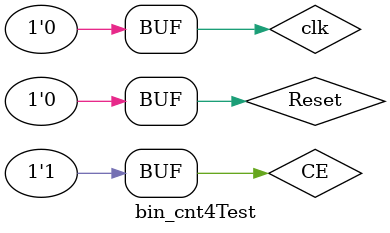
<source format=v>
`timescale 1ns / 1ps


module bin_cnt4Test;

	// Inputs
	reg clk;
	reg Reset;
	reg CE;

	// Outputs
	wire [3:0] Q;

	// Itantiate the Unit Under Test (UUT)
	bin_cnt4 uut (
		.clk(clk), 
		.Reset(Reset), 
		.CE(CE), 
		.Q(Q)
	);

	initial begin
		// Initialize Inputs
		clk = 0;
		Reset = 1;
		CE = 1;

		// Wait 10  for global reset to finish
		#10;
		clk = 1;
		#10;
		clk = 0;
		Reset = 0; //Reset = 0
		
		#10;
		clk = 1;
		#10;
		clk = 0;        
		
		#10;
		clk = 1;
		#10;
		clk = 0;
		Reset = 1; //Reset = 1
		
		#10;
		clk = 1;
		#10;
		clk = 0;
		Reset = 0; //Reset = 0
//Clock cycle 4
		#10;
		clk = 1;
		#10;
		clk = 0;
		
		#10;
		clk = 1;
		#10;
		clk = 0;
		CE = 0; //CE = 0
		
		#10;
		clk = 1;
		#10;
		clk = 0;
		
		#10;
		clk = 1;
		#10;
		clk = 0;
		CE = 1; //CE = 1
//Clock cycle 8
		#10;
		clk = 1;
		#10;
		clk = 0;
		
		#10;
		clk = 1;
		#10;
		clk = 0;        
		
		#10;
		clk = 1;
		#10;
		clk = 0;
		
		#10;
		clk = 1;
		#10;
		clk = 0;
//Clock cycle 12
		#10;
		clk = 1;
		#10;
		clk = 0;
		
		
		#10;
		clk = 1;
		#10;
		clk = 0;
		CE = 0; //CE = 0
		
		#10;
		clk = 1;
		#10;
		clk = 0;
		CE = 1;//CE = 1
		
		#10;
		clk = 1;
		#10;
		clk = 0;
		CE = 0; //CE = 0
//Clock cycle 16	
		#10;
		clk = 1;
		#10;
		clk = 0;
		CE = 1;//CE = 1
		
		#10;
		clk = 1;
		#10;
		clk = 0;
		Reset = 1;
		
		#10;
		clk = 1;
		#10;
		clk = 0;
		
		#10;
		clk = 1;
		#10;
		clk = 0;
		Reset = 0;
//Clock cycle 20
		#10;
		clk = 1;
		#10;
		clk = 0;
		
		#10;
		clk = 1;
		#10;
		clk = 0;        
		
		#10;
		clk = 1;
		#10;
		clk = 0;
		
		#10;
		clk = 1;
		#10;
		clk = 0;
//Clock cycle 24
		#10;
		clk = 1;
		#10;
		clk = 0;
		
		#10;
		clk = 1;
		#10;
		clk = 0;        
		
		#10;
		clk = 1;
		#10;
		clk = 0;
		
		#10;
		clk = 1;
		#10;
		clk = 0;
//Clock cycle 28
		#10;
		clk = 1;
		#10;
		clk = 0;
		
		#10;
		clk = 1;
		#10;
		clk = 0;        
		
		#10;
		clk = 1;
		#10;
		clk = 0;
		
		#10;
		clk = 1;
		#10;
		clk = 0;
//Clock cycle 32
		#10;
		clk = 1;
		#10;
		clk = 0;
		
		#10;
		clk = 1;
		#10;
		clk = 0;        
		
		#10;
		clk = 1;
		#10;
		clk = 0;
		
		#10;
		clk = 1;
		#10;
		clk = 0;
	end
      
endmodule


</source>
